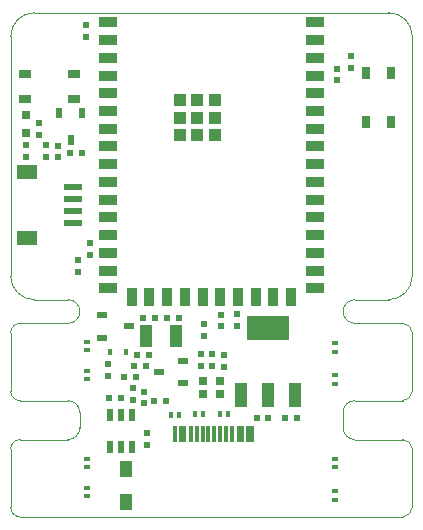
<source format=gtp>
G04*
G04 #@! TF.GenerationSoftware,Altium Limited,Altium Designer,21.6.1 (37)*
G04*
G04 Layer_Color=8421504*
%FSAX25Y25*%
%MOIN*%
G70*
G04*
G04 #@! TF.SameCoordinates,2A6196F6-AC41-4C62-9EE7-3AB2130DBF51*
G04*
G04*
G04 #@! TF.FilePolarity,Positive*
G04*
G01*
G75*
%ADD12C,0.00394*%
%ADD16R,0.02362X0.03937*%
%ADD17R,0.03937X0.07874*%
%ADD18R,0.14173X0.07874*%
%ADD19R,0.02461X0.01280*%
%ADD20R,0.01280X0.02461*%
%ADD21R,0.04331X0.05315*%
%ADD22R,0.03543X0.02362*%
%ADD23R,0.02362X0.03543*%
%ADD24R,0.01968X0.02165*%
%ADD25R,0.02165X0.01968*%
%ADD26R,0.07087X0.04724*%
%ADD27R,0.06102X0.02362*%
%ADD28R,0.03150X0.02559*%
%ADD29R,0.01181X0.05709*%
%ADD30R,0.02756X0.02756*%
%ADD31R,0.01968X0.02165*%
%ADD32R,0.04331X0.07480*%
%ADD33R,0.02165X0.01968*%
%ADD34R,0.04331X0.04331*%
%ADD35R,0.03543X0.05906*%
%ADD36R,0.05906X0.03543*%
%ADD37R,0.01575X0.02362*%
%ADD38R,0.04134X0.02559*%
%ADD39R,0.02559X0.04134*%
D12*
X-0066927Y0003150D02*
G03*
X-0063774Y0000000I0003145J-0000004D01*
G01*
Y0025748D02*
G03*
X-0066927Y0022598I-0000008J-0003145D01*
G01*
X-0047829Y0025748D02*
G03*
X-0043892Y0029689I-0000001J0003938D01*
G01*
Y0034803D02*
G03*
X-0047829Y0038740I-0003938J-0000001D01*
G01*
X-0066927Y0041890D02*
G03*
X-0063774Y0038740I0003145J-0000004D01*
G01*
Y0064488D02*
G03*
X-0066927Y0061339I-0000008J-0003145D01*
G01*
X-0047829Y0064488D02*
G03*
X-0047829Y0072366I-0000006J0003939D01*
G01*
X-0066919Y0080240D02*
G03*
X-0059045Y0072366I0007870J-0000004D01*
G01*
X-0059049Y0168038D02*
G03*
X-0066923Y0160164I0000003J-0007877D01*
G01*
X0059053Y0072366D02*
G03*
X0066927Y0080240I-0000010J0007884D01*
G01*
X0047837Y0072366D02*
G03*
X0047829Y0064488I-0000006J-0003939D01*
G01*
X0066927Y0061339D02*
G03*
X0063774Y0064488I-0003152J-0000002D01*
G01*
Y0038740D02*
G03*
X0066927Y0041890I0000001J0003152D01*
G01*
X0047829Y0038740D02*
G03*
X0043892Y0034803I0000001J-0003938D01*
G01*
Y0029689D02*
G03*
X0047829Y0025748I0003938J-0000002D01*
G01*
X0066927Y0022598D02*
G03*
X0063774Y0025748I-0003152J-0000002D01*
G01*
Y0000000D02*
G03*
X0066927Y0003150I0000001J0003152D01*
G01*
Y0160164D02*
G03*
X0059053Y0168038I-0007877J-0000003D01*
G01*
X-0063774Y0000000D02*
X0063774D01*
X-0066927Y0003150D02*
Y0022598D01*
X-0063774Y0025748D02*
X-0047829D01*
X-0043892Y0029689D02*
Y0034803D01*
X-0063774Y0038740D02*
X-0047829D01*
X-0066927Y0041890D02*
Y0061339D01*
X-0063774Y0064488D02*
X-0047829D01*
X-0059045Y0072366D02*
X-0047829D01*
X-0066920Y0086817D02*
X-0066919Y0080240D01*
X-0066920Y0086817D02*
X-0066920D01*
X-0066923Y0160161D02*
X-0066920Y0086817D01*
X-0059049Y0168035D02*
X0059053D01*
X0047837Y0072366D02*
X0059053D01*
X0047829Y0064488D02*
X0063774D01*
X0066927Y0041890D02*
Y0061339D01*
X0047829Y0038740D02*
X0063774D01*
X0043892Y0029689D02*
Y0034803D01*
X0047829Y0025748D02*
X0063774D01*
X0066927Y0003150D02*
Y0022598D01*
Y0080240D02*
Y0160161D01*
D16*
X-0026476Y0023228D02*
D03*
X-0030217D02*
D03*
X-0033957D02*
D03*
Y0034055D02*
D03*
X-0030217D02*
D03*
X-0026476D02*
D03*
D17*
X0027854Y0040551D02*
D03*
X0009744D02*
D03*
X0018799D02*
D03*
D18*
Y0062992D02*
D03*
D19*
X0041339Y0008465D02*
D03*
Y0005709D02*
D03*
X-0041339Y0048524D02*
D03*
Y0045768D02*
D03*
Y0055512D02*
D03*
Y0058268D02*
D03*
X0041339Y0047146D02*
D03*
Y0044390D02*
D03*
Y0055020D02*
D03*
Y0057776D02*
D03*
Y0016477D02*
D03*
Y0019232D02*
D03*
X-0041339Y0016437D02*
D03*
Y0019193D02*
D03*
Y0009547D02*
D03*
Y0006791D02*
D03*
D20*
X-0005610Y0034252D02*
D03*
X-0002854D02*
D03*
X0005461D02*
D03*
X0002705D02*
D03*
X-0013583Y0033858D02*
D03*
X-0010827D02*
D03*
D21*
X-0028346Y0004823D02*
D03*
Y0016043D02*
D03*
Y0004823D02*
D03*
Y0016043D02*
D03*
D22*
X-0036426Y0067237D02*
D03*
Y0059756D02*
D03*
X-0027371Y0063496D02*
D03*
X-0009449Y0044488D02*
D03*
Y0051968D02*
D03*
X-0017323Y0048228D02*
D03*
D23*
X-0043209Y0134547D02*
D03*
X-0050689D02*
D03*
X-0046949Y0125492D02*
D03*
D24*
X-0047244Y0121161D02*
D03*
X-0043307D02*
D03*
X0028543Y0032874D02*
D03*
X0024606D02*
D03*
X0015059Y0033071D02*
D03*
X0018996D02*
D03*
X-0034252Y0039567D02*
D03*
X-0030315D02*
D03*
X-0025098Y0046752D02*
D03*
X-0029035D02*
D03*
X-0019193Y0038681D02*
D03*
X-0015256D02*
D03*
X-0025886Y0050197D02*
D03*
X-0021949D02*
D03*
D25*
X-0057480Y0127362D02*
D03*
Y0131299D02*
D03*
X-0021457Y0023917D02*
D03*
Y0027854D02*
D03*
X-0026176Y0042815D02*
D03*
Y0038878D02*
D03*
X-0044390Y0081693D02*
D03*
Y0085630D02*
D03*
X-0040354Y0087205D02*
D03*
Y0091142D02*
D03*
X-0022638Y0041732D02*
D03*
Y0037795D02*
D03*
X0000197Y0054134D02*
D03*
Y0050197D02*
D03*
X0004035Y0049902D02*
D03*
Y0053839D02*
D03*
X-0003642Y0054232D02*
D03*
Y0050295D02*
D03*
X-0002554Y0060197D02*
D03*
Y0064134D02*
D03*
X0008661Y0067618D02*
D03*
Y0063681D02*
D03*
X-0034449Y0050787D02*
D03*
Y0046850D02*
D03*
X-0061910Y0124016D02*
D03*
Y0120079D02*
D03*
X0003347Y0067421D02*
D03*
Y0063484D02*
D03*
X0046654Y0153445D02*
D03*
Y0149508D02*
D03*
X-0050984Y0119783D02*
D03*
Y0123721D02*
D03*
X-0055315Y0124016D02*
D03*
Y0120079D02*
D03*
D26*
X-0061516Y0114961D02*
D03*
Y0092913D02*
D03*
D03*
Y0114961D02*
D03*
D27*
X-0046260Y0109843D02*
D03*
Y0105906D02*
D03*
Y0101968D02*
D03*
Y0098031D02*
D03*
D03*
Y0101968D02*
D03*
Y0105906D02*
D03*
Y0109843D02*
D03*
D28*
X-0002953Y0040945D02*
D03*
X0002953D02*
D03*
Y0045276D02*
D03*
X-0002953D02*
D03*
D29*
X-0010236Y0027559D02*
D03*
X-0004921D02*
D03*
X0006890D02*
D03*
X0010236D02*
D03*
X0004921D02*
D03*
X-0000984D02*
D03*
X-0006890D02*
D03*
X-0002953Y0027582D02*
D03*
X0000984Y0027559D02*
D03*
X0002953D02*
D03*
X0009055D02*
D03*
X-0012205D02*
D03*
X-0009055D02*
D03*
X0012205D02*
D03*
X0013386D02*
D03*
D30*
X-0061910Y0127953D02*
D03*
Y0133858D02*
D03*
D31*
X-0018897Y0066356D02*
D03*
X-0022834D02*
D03*
X-0014780Y0066318D02*
D03*
X-0010843D02*
D03*
X-0024803Y0054035D02*
D03*
X-0020866D02*
D03*
D32*
X-0011909Y0060138D02*
D03*
X-0021752D02*
D03*
D33*
X-0041831Y0159843D02*
D03*
Y0163779D02*
D03*
X0041831Y0149409D02*
D03*
Y0145472D02*
D03*
D34*
X0001221Y0138976D02*
D03*
X-0004685D02*
D03*
X-0010591D02*
D03*
X0001221Y0127165D02*
D03*
X-0004685D02*
D03*
X-0010591D02*
D03*
X0001221Y0133071D02*
D03*
X-0010591D02*
D03*
X-0004685D02*
D03*
D35*
X0026575Y0073228D02*
D03*
X0020669D02*
D03*
X0014764D02*
D03*
X0008858D02*
D03*
X0002953D02*
D03*
X-0002953D02*
D03*
X-0008858D02*
D03*
X-0014764D02*
D03*
X-0020669D02*
D03*
X-0026575D02*
D03*
D36*
X0034449Y0076181D02*
D03*
Y0082087D02*
D03*
Y0087992D02*
D03*
Y0093898D02*
D03*
Y0099803D02*
D03*
Y0105709D02*
D03*
Y0111614D02*
D03*
Y0117520D02*
D03*
Y0123425D02*
D03*
Y0129331D02*
D03*
Y0135236D02*
D03*
Y0141142D02*
D03*
Y0147047D02*
D03*
Y0152953D02*
D03*
Y0158858D02*
D03*
Y0164764D02*
D03*
X-0034449Y0076181D02*
D03*
Y0082087D02*
D03*
Y0087992D02*
D03*
Y0093898D02*
D03*
Y0099803D02*
D03*
Y0105709D02*
D03*
Y0111614D02*
D03*
Y0117520D02*
D03*
Y0123425D02*
D03*
Y0129331D02*
D03*
Y0135236D02*
D03*
Y0141142D02*
D03*
Y0147047D02*
D03*
Y0152953D02*
D03*
Y0158858D02*
D03*
Y0164764D02*
D03*
D37*
X-0028454Y0054758D02*
D03*
X-0033966D02*
D03*
D38*
X-0045866Y0139272D02*
D03*
X-0062205D02*
D03*
X-0045866Y0147736D02*
D03*
X-0062205D02*
D03*
D39*
X0059842Y0147933D02*
D03*
Y0131595D02*
D03*
X0051378Y0147933D02*
D03*
Y0131595D02*
D03*
M02*

</source>
